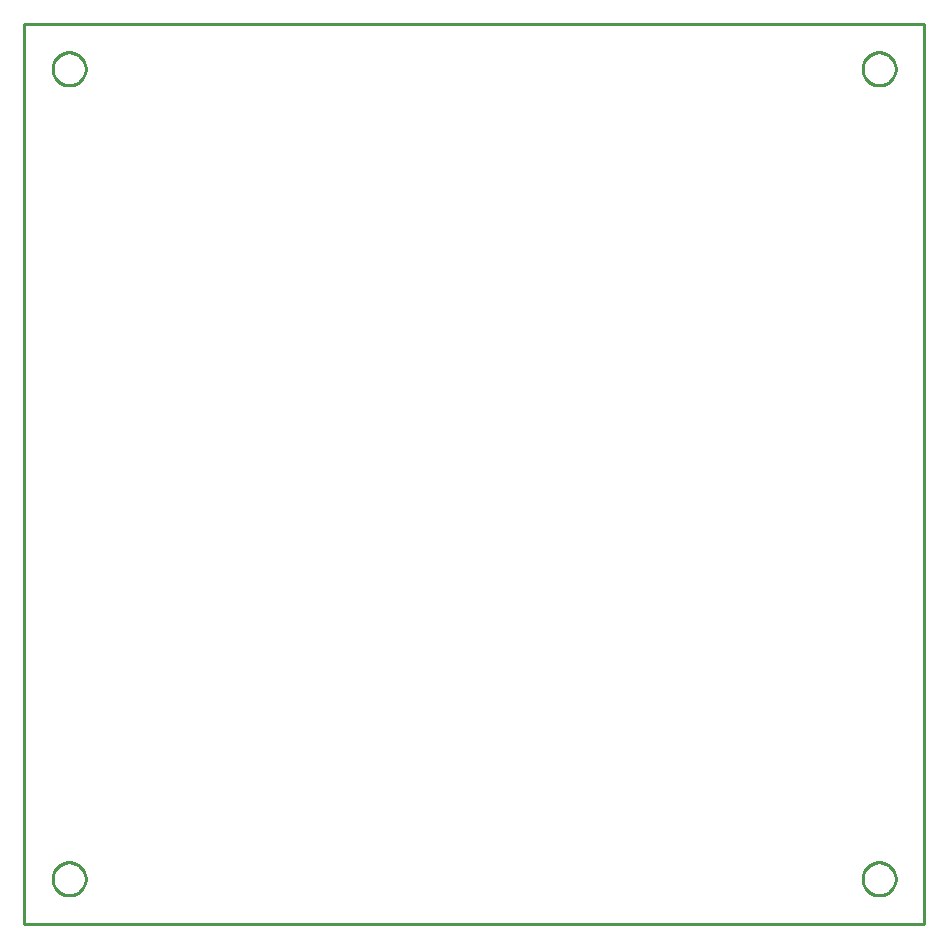
<source format=gbr>
G04 EAGLE Gerber RS-274X export*
G75*
%MOMM*%
%FSLAX34Y34*%
%LPD*%
%IN*%
%IPPOS*%
%AMOC8*
5,1,8,0,0,1.08239X$1,22.5*%
G01*
%ADD10C,0.254000*%


D10*
X0Y0D02*
X762000Y0D01*
X762000Y762000D01*
X0Y762000D01*
X0Y0D01*
X52100Y37600D02*
X52029Y36603D01*
X51886Y35613D01*
X51674Y34636D01*
X51392Y33676D01*
X51043Y32739D01*
X50627Y31829D01*
X50148Y30952D01*
X49607Y30110D01*
X49008Y29310D01*
X48353Y28554D01*
X47646Y27847D01*
X46890Y27192D01*
X46090Y26593D01*
X45248Y26052D01*
X44371Y25573D01*
X43461Y25157D01*
X42524Y24808D01*
X41565Y24526D01*
X40587Y24314D01*
X39597Y24171D01*
X38600Y24100D01*
X37600Y24100D01*
X36603Y24171D01*
X35613Y24314D01*
X34636Y24526D01*
X33676Y24808D01*
X32739Y25157D01*
X31829Y25573D01*
X30952Y26052D01*
X30110Y26593D01*
X29310Y27192D01*
X28554Y27847D01*
X27847Y28554D01*
X27192Y29310D01*
X26593Y30110D01*
X26052Y30952D01*
X25573Y31829D01*
X25157Y32739D01*
X24808Y33676D01*
X24526Y34636D01*
X24314Y35613D01*
X24171Y36603D01*
X24100Y37600D01*
X24100Y38600D01*
X24171Y39597D01*
X24314Y40587D01*
X24526Y41565D01*
X24808Y42524D01*
X25157Y43461D01*
X25573Y44371D01*
X26052Y45248D01*
X26593Y46090D01*
X27192Y46890D01*
X27847Y47646D01*
X28554Y48353D01*
X29310Y49008D01*
X30110Y49607D01*
X30952Y50148D01*
X31829Y50627D01*
X32739Y51043D01*
X33676Y51392D01*
X34636Y51674D01*
X35613Y51886D01*
X36603Y52029D01*
X37600Y52100D01*
X38600Y52100D01*
X39597Y52029D01*
X40587Y51886D01*
X41565Y51674D01*
X42524Y51392D01*
X43461Y51043D01*
X44371Y50627D01*
X45248Y50148D01*
X46090Y49607D01*
X46890Y49008D01*
X47646Y48353D01*
X48353Y47646D01*
X49008Y46890D01*
X49607Y46090D01*
X50148Y45248D01*
X50627Y44371D01*
X51043Y43461D01*
X51392Y42524D01*
X51674Y41565D01*
X51886Y40587D01*
X52029Y39597D01*
X52100Y38600D01*
X52100Y37600D01*
X737900Y37600D02*
X737829Y36603D01*
X737686Y35613D01*
X737474Y34636D01*
X737192Y33676D01*
X736843Y32739D01*
X736427Y31829D01*
X735948Y30952D01*
X735407Y30110D01*
X734808Y29310D01*
X734153Y28554D01*
X733446Y27847D01*
X732690Y27192D01*
X731890Y26593D01*
X731048Y26052D01*
X730171Y25573D01*
X729261Y25157D01*
X728324Y24808D01*
X727365Y24526D01*
X726387Y24314D01*
X725397Y24171D01*
X724400Y24100D01*
X723400Y24100D01*
X722403Y24171D01*
X721413Y24314D01*
X720436Y24526D01*
X719476Y24808D01*
X718539Y25157D01*
X717629Y25573D01*
X716752Y26052D01*
X715910Y26593D01*
X715110Y27192D01*
X714354Y27847D01*
X713647Y28554D01*
X712992Y29310D01*
X712393Y30110D01*
X711852Y30952D01*
X711373Y31829D01*
X710957Y32739D01*
X710608Y33676D01*
X710326Y34636D01*
X710114Y35613D01*
X709971Y36603D01*
X709900Y37600D01*
X709900Y38600D01*
X709971Y39597D01*
X710114Y40587D01*
X710326Y41565D01*
X710608Y42524D01*
X710957Y43461D01*
X711373Y44371D01*
X711852Y45248D01*
X712393Y46090D01*
X712992Y46890D01*
X713647Y47646D01*
X714354Y48353D01*
X715110Y49008D01*
X715910Y49607D01*
X716752Y50148D01*
X717629Y50627D01*
X718539Y51043D01*
X719476Y51392D01*
X720436Y51674D01*
X721413Y51886D01*
X722403Y52029D01*
X723400Y52100D01*
X724400Y52100D01*
X725397Y52029D01*
X726387Y51886D01*
X727365Y51674D01*
X728324Y51392D01*
X729261Y51043D01*
X730171Y50627D01*
X731048Y50148D01*
X731890Y49607D01*
X732690Y49008D01*
X733446Y48353D01*
X734153Y47646D01*
X734808Y46890D01*
X735407Y46090D01*
X735948Y45248D01*
X736427Y44371D01*
X736843Y43461D01*
X737192Y42524D01*
X737474Y41565D01*
X737686Y40587D01*
X737829Y39597D01*
X737900Y38600D01*
X737900Y37600D01*
X737900Y723400D02*
X737829Y722403D01*
X737686Y721413D01*
X737474Y720436D01*
X737192Y719476D01*
X736843Y718539D01*
X736427Y717629D01*
X735948Y716752D01*
X735407Y715910D01*
X734808Y715110D01*
X734153Y714354D01*
X733446Y713647D01*
X732690Y712992D01*
X731890Y712393D01*
X731048Y711852D01*
X730171Y711373D01*
X729261Y710957D01*
X728324Y710608D01*
X727365Y710326D01*
X726387Y710114D01*
X725397Y709971D01*
X724400Y709900D01*
X723400Y709900D01*
X722403Y709971D01*
X721413Y710114D01*
X720436Y710326D01*
X719476Y710608D01*
X718539Y710957D01*
X717629Y711373D01*
X716752Y711852D01*
X715910Y712393D01*
X715110Y712992D01*
X714354Y713647D01*
X713647Y714354D01*
X712992Y715110D01*
X712393Y715910D01*
X711852Y716752D01*
X711373Y717629D01*
X710957Y718539D01*
X710608Y719476D01*
X710326Y720436D01*
X710114Y721413D01*
X709971Y722403D01*
X709900Y723400D01*
X709900Y724400D01*
X709971Y725397D01*
X710114Y726387D01*
X710326Y727365D01*
X710608Y728324D01*
X710957Y729261D01*
X711373Y730171D01*
X711852Y731048D01*
X712393Y731890D01*
X712992Y732690D01*
X713647Y733446D01*
X714354Y734153D01*
X715110Y734808D01*
X715910Y735407D01*
X716752Y735948D01*
X717629Y736427D01*
X718539Y736843D01*
X719476Y737192D01*
X720436Y737474D01*
X721413Y737686D01*
X722403Y737829D01*
X723400Y737900D01*
X724400Y737900D01*
X725397Y737829D01*
X726387Y737686D01*
X727365Y737474D01*
X728324Y737192D01*
X729261Y736843D01*
X730171Y736427D01*
X731048Y735948D01*
X731890Y735407D01*
X732690Y734808D01*
X733446Y734153D01*
X734153Y733446D01*
X734808Y732690D01*
X735407Y731890D01*
X735948Y731048D01*
X736427Y730171D01*
X736843Y729261D01*
X737192Y728324D01*
X737474Y727365D01*
X737686Y726387D01*
X737829Y725397D01*
X737900Y724400D01*
X737900Y723400D01*
X52100Y723400D02*
X52029Y722403D01*
X51886Y721413D01*
X51674Y720436D01*
X51392Y719476D01*
X51043Y718539D01*
X50627Y717629D01*
X50148Y716752D01*
X49607Y715910D01*
X49008Y715110D01*
X48353Y714354D01*
X47646Y713647D01*
X46890Y712992D01*
X46090Y712393D01*
X45248Y711852D01*
X44371Y711373D01*
X43461Y710957D01*
X42524Y710608D01*
X41565Y710326D01*
X40587Y710114D01*
X39597Y709971D01*
X38600Y709900D01*
X37600Y709900D01*
X36603Y709971D01*
X35613Y710114D01*
X34636Y710326D01*
X33676Y710608D01*
X32739Y710957D01*
X31829Y711373D01*
X30952Y711852D01*
X30110Y712393D01*
X29310Y712992D01*
X28554Y713647D01*
X27847Y714354D01*
X27192Y715110D01*
X26593Y715910D01*
X26052Y716752D01*
X25573Y717629D01*
X25157Y718539D01*
X24808Y719476D01*
X24526Y720436D01*
X24314Y721413D01*
X24171Y722403D01*
X24100Y723400D01*
X24100Y724400D01*
X24171Y725397D01*
X24314Y726387D01*
X24526Y727365D01*
X24808Y728324D01*
X25157Y729261D01*
X25573Y730171D01*
X26052Y731048D01*
X26593Y731890D01*
X27192Y732690D01*
X27847Y733446D01*
X28554Y734153D01*
X29310Y734808D01*
X30110Y735407D01*
X30952Y735948D01*
X31829Y736427D01*
X32739Y736843D01*
X33676Y737192D01*
X34636Y737474D01*
X35613Y737686D01*
X36603Y737829D01*
X37600Y737900D01*
X38600Y737900D01*
X39597Y737829D01*
X40587Y737686D01*
X41565Y737474D01*
X42524Y737192D01*
X43461Y736843D01*
X44371Y736427D01*
X45248Y735948D01*
X46090Y735407D01*
X46890Y734808D01*
X47646Y734153D01*
X48353Y733446D01*
X49008Y732690D01*
X49607Y731890D01*
X50148Y731048D01*
X50627Y730171D01*
X51043Y729261D01*
X51392Y728324D01*
X51674Y727365D01*
X51886Y726387D01*
X52029Y725397D01*
X52100Y724400D01*
X52100Y723400D01*
M02*

</source>
